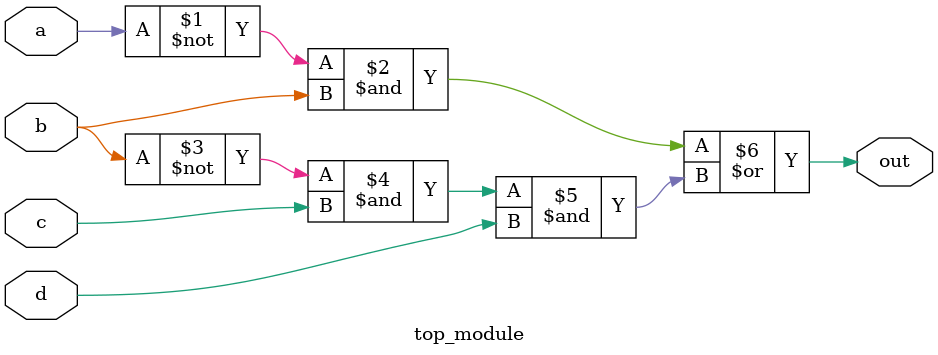
<source format=v>
module top_module(
    input a,
    input b,
    input c,
    input d,
    output out
);

    assign out = (~a & b) | (~b & c & d);
    
endmodule
</source>
